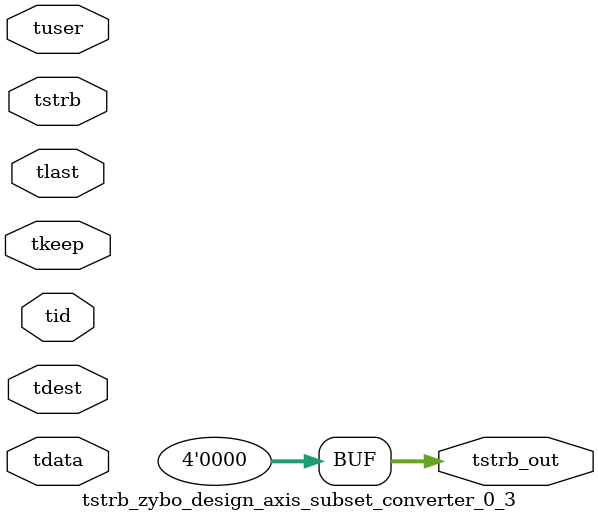
<source format=v>


`timescale 1ps/1ps

module tstrb_zybo_design_axis_subset_converter_0_3 #
(
parameter C_S_AXIS_TDATA_WIDTH = 32,
parameter C_S_AXIS_TUSER_WIDTH = 0,
parameter C_S_AXIS_TID_WIDTH   = 0,
parameter C_S_AXIS_TDEST_WIDTH = 0,
parameter C_M_AXIS_TDATA_WIDTH = 32
)
(
input  [(C_S_AXIS_TDATA_WIDTH == 0 ? 1 : C_S_AXIS_TDATA_WIDTH)-1:0     ] tdata,
input  [(C_S_AXIS_TUSER_WIDTH == 0 ? 1 : C_S_AXIS_TUSER_WIDTH)-1:0     ] tuser,
input  [(C_S_AXIS_TID_WIDTH   == 0 ? 1 : C_S_AXIS_TID_WIDTH)-1:0       ] tid,
input  [(C_S_AXIS_TDEST_WIDTH == 0 ? 1 : C_S_AXIS_TDEST_WIDTH)-1:0     ] tdest,
input  [(C_S_AXIS_TDATA_WIDTH/8)-1:0 ] tkeep,
input  [(C_S_AXIS_TDATA_WIDTH/8)-1:0 ] tstrb,
input                                                                    tlast,
output [(C_M_AXIS_TDATA_WIDTH/8)-1:0 ] tstrb_out
);

assign tstrb_out = {1'b0};

endmodule


</source>
